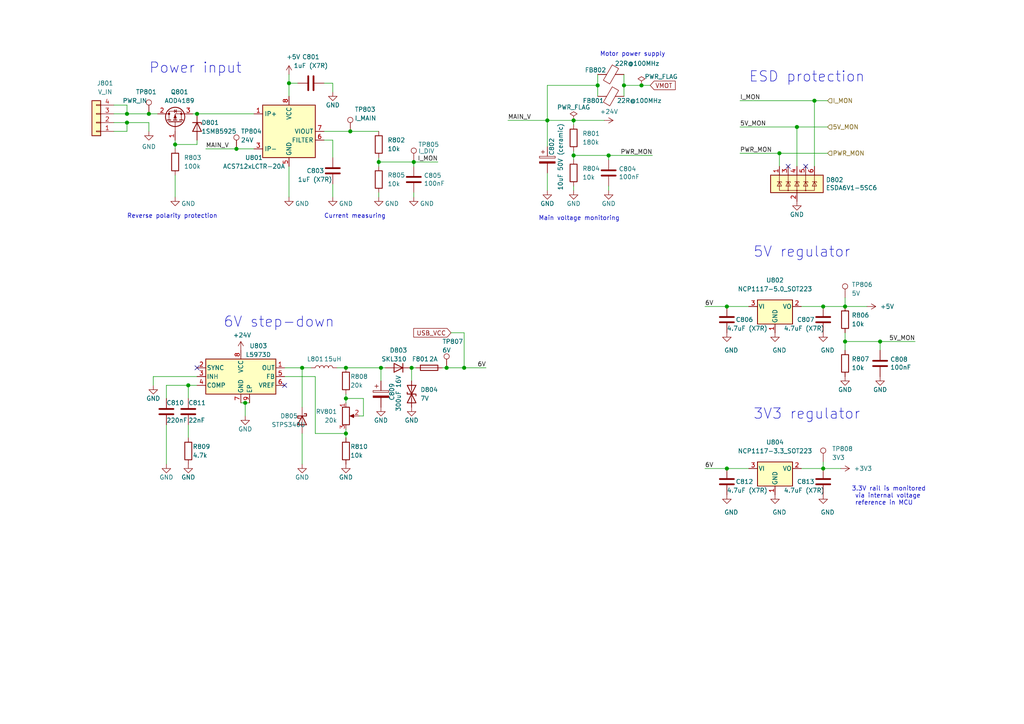
<source format=kicad_sch>
(kicad_sch (version 20201015) (generator eeschema)
  (paper "A4")
  (lib_symbols
    (symbol "Arachne-rescue:CP-Device" (pin_numbers hide) (pin_names (offset 0.254))
      (property "Reference" "C" (at 0.635 2.54 0))
      (property "Value" "CP-Device" (at 0.635 -2.54 0))
      (symbol "CP-Device_0_1"
        (rectangle (start -2.286 0.508) (end 2.286 1.016))
        (rectangle (start 2.286 -0.508) (end -2.286 -1.016) (fill (type outline)))
        (polyline (pts (xy -1.778 2.286) (xy -0.762 2.286)))
        (polyline (pts (xy -1.27 2.794) (xy -1.27 1.778)))
      )
      (symbol "CP-Device_1_1"
        (pin passive line (at 0 3.81 270) (length 2.794) (name "~") (number "1"))
        (pin passive line (at 0 -3.81 90) (length 2.794) (name "~") (number "2"))
      )
    )
    (symbol "Arachne-rescue:Ferrite_Bead-Device" (pin_numbers hide) (pin_names (offset 0))
      (property "Reference" "FB" (at -3.81 0.635 90))
      (property "Value" "Ferrite_Bead-Device" (at 3.81 0 90))
      (symbol "Ferrite_Bead-Device_0_1"
        (polyline (pts (xy 0 -1.27) (xy 0 -1.2192)))
        (polyline (pts (xy 0 1.27) (xy 0 1.2954)))
        (polyline (pts (xy -2.7686 0.4064) (xy -1.7018 2.2606) (xy 2.7686 -0.3048) (xy 1.6764 -2.159) (xy -2.7686 0.4064)))
      )
      (symbol "Ferrite_Bead-Device_1_1"
        (pin passive line (at 0 3.81 270) (length 2.54) (name "~") (number "1"))
        (pin passive line (at 0 -3.81 90) (length 2.54) (name "~") (number "2"))
      )
    )
    (symbol "Arachne-rescue:R_POT-Device" (pin_names (offset 1.016) hide)
      (property "Reference" "RV" (at -4.445 0 90))
      (property "Value" "R_POT-Device" (at -2.54 0 90))
      (symbol "R_POT-Device_0_1"
        (rectangle (start 1.016 2.54) (end -1.016 -2.54) (stroke (width 0.254)))
        (polyline (pts (xy 2.54 0) (xy 1.524 0)))
        (polyline (pts (xy 1.143 0) (xy 2.286 0.508) (xy 2.286 -0.508) (xy 1.143 0)) (fill (type outline)))
      )
      (symbol "R_POT-Device_1_1"
        (pin passive line (at 0 3.81 270) (length 1.27) (name "1") (number "1"))
        (pin passive line (at 3.81 0 180) (length 1.27) (name "2") (number "2"))
        (pin passive line (at 0 -3.81 90) (length 1.27) (name "3") (number "3"))
      )
    )
    (symbol "Connector:TestPoint" (pin_numbers hide) (pin_names (offset 0.762) hide)
      (property "Reference" "TP" (at 0 6.858 0))
      (property "Value" "TestPoint" (at 0 5.08 0))
      (symbol "TestPoint_0_1"
        (circle (center 0 3.302) (radius 0.762))
      )
      (symbol "TestPoint_1_1"
        (pin passive line (at 0 0 90) (length 2.54) (name "1") (number "1"))
      )
    )
    (symbol "Connector_Generic:Conn_01x04" (pin_names (offset 1.016) hide)
      (property "Reference" "J" (at 0 5.08 0))
      (property "Value" "Conn_01x04" (at 0 -7.62 0))
      (symbol "Conn_01x04_1_1"
        (rectangle (start -1.27 -4.953) (end 0 -5.207) (stroke (width 0.1524)))
        (rectangle (start -1.27 -2.413) (end 0 -2.667) (stroke (width 0.1524)))
        (rectangle (start -1.27 2.667) (end 0 2.413) (stroke (width 0.1524)))
        (rectangle (start -1.27 3.81) (end 1.27 -6.35) (stroke (width 0.254)) (fill (type background)))
        (rectangle (start -1.27 0.127) (end 0 -0.127) (stroke (width 0.1524)))
        (pin passive line (at -5.08 2.54 0) (length 3.81) (name "Pin_1") (number "1"))
        (pin passive line (at -5.08 0 0) (length 3.81) (name "Pin_2") (number "2"))
        (pin passive line (at -5.08 -2.54 0) (length 3.81) (name "Pin_3") (number "3"))
        (pin passive line (at -5.08 -5.08 0) (length 3.81) (name "Pin_4") (number "4"))
      )
    )
    (symbol "Device:C" (pin_numbers hide) (pin_names (offset 0.254))
      (property "Reference" "C" (at 0.635 2.54 0))
      (property "Value" "C" (at 0.635 -2.54 0))
      (symbol "C_0_1"
        (polyline (pts (xy -2.032 -0.762) (xy 2.032 -0.762)) (stroke (width 0.508)))
        (polyline (pts (xy -2.032 0.762) (xy 2.032 0.762)) (stroke (width 0.508)))
      )
      (symbol "C_1_1"
        (pin passive line (at 0 3.81 270) (length 2.794) (name "~") (number "1"))
        (pin passive line (at 0 -3.81 90) (length 2.794) (name "~") (number "2"))
      )
    )
    (symbol "Device:D" (pin_numbers hide) (pin_names (offset 1.016) hide)
      (property "Reference" "D" (at 0 2.54 0))
      (property "Value" "D" (at 0 -2.54 0))
      (symbol "D_0_1"
        (polyline (pts (xy -1.27 1.27) (xy -1.27 -1.27)) (stroke (width 0.254)))
        (polyline (pts (xy 1.27 0) (xy -1.27 0)))
        (polyline (pts (xy 1.27 1.27) (xy 1.27 -1.27) (xy -1.27 0) (xy 1.27 1.27)) (stroke (width 0.254)))
      )
      (symbol "D_1_1"
        (pin passive line (at -3.81 0 0) (length 2.54) (name "K") (number "1"))
        (pin passive line (at 3.81 0 180) (length 2.54) (name "A") (number "2"))
      )
    )
    (symbol "Device:D_Schottky" (pin_numbers hide) (pin_names (offset 1.016) hide)
      (property "Reference" "D" (at 0 2.54 0))
      (property "Value" "D_Schottky" (at 0 -2.54 0))
      (symbol "D_Schottky_0_1"
        (polyline (pts (xy 1.27 0) (xy -1.27 0)))
        (polyline (pts (xy 1.27 1.27) (xy 1.27 -1.27) (xy -1.27 0) (xy 1.27 1.27)) (stroke (width 0.254)))
        (polyline (pts (xy -1.905 0.635) (xy -1.905 1.27) (xy -1.27 1.27) (xy -1.27 -1.27) (xy -0.635 -1.27) (xy -0.635 -0.635)) (stroke (width 0.254)))
      )
      (symbol "D_Schottky_1_1"
        (pin passive line (at -3.81 0 0) (length 2.54) (name "K") (number "1"))
        (pin passive line (at 3.81 0 180) (length 2.54) (name "A") (number "2"))
      )
    )
    (symbol "Device:D_TVS" (pin_numbers hide) (pin_names (offset 1.016) hide)
      (property "Reference" "D" (at 0 2.54 0))
      (property "Value" "D_TVS" (at 0 -2.54 0))
      (symbol "D_TVS_0_1"
        (polyline (pts (xy 1.27 0) (xy -1.27 0)))
        (polyline (pts (xy 0.508 1.27) (xy 0 1.27) (xy 0 -1.27) (xy -0.508 -1.27)) (stroke (width 0.254)))
        (polyline (pts (xy -2.54 1.27) (xy -2.54 -1.27) (xy 2.54 1.27) (xy 2.54 -1.27) (xy -2.54 1.27)) (stroke (width 0.254)))
      )
      (symbol "D_TVS_1_1"
        (pin passive line (at -3.81 0 0) (length 2.54) (name "A1") (number "1"))
        (pin passive line (at 3.81 0 180) (length 2.54) (name "A2") (number "2"))
      )
    )
    (symbol "Device:D_Zener" (pin_numbers hide) (pin_names (offset 1.016) hide)
      (property "Reference" "D" (at 0 2.54 0))
      (property "Value" "D_Zener" (at 0 -2.54 0))
      (symbol "D_Zener_0_1"
        (polyline (pts (xy 1.27 0) (xy -1.27 0)))
        (polyline (pts (xy -1.27 -1.27) (xy -1.27 1.27) (xy -0.762 1.27)) (stroke (width 0.254)))
        (polyline (pts (xy 1.27 -1.27) (xy 1.27 1.27) (xy -1.27 0) (xy 1.27 -1.27)) (stroke (width 0.254)))
      )
      (symbol "D_Zener_1_1"
        (pin passive line (at -3.81 0 0) (length 2.54) (name "K") (number "1"))
        (pin passive line (at 3.81 0 180) (length 2.54) (name "A") (number "2"))
      )
    )
    (symbol "Device:Fuse" (pin_numbers hide) (pin_names (offset 0))
      (property "Reference" "F" (at 2.032 0 90))
      (property "Value" "Fuse" (at -1.905 0 90))
      (symbol "Fuse_0_1"
        (rectangle (start -0.762 -2.54) (end 0.762 2.54) (stroke (width 0.254)))
        (polyline (pts (xy 0 2.54) (xy 0 -2.54)))
      )
      (symbol "Fuse_1_1"
        (pin passive line (at 0 3.81 270) (length 1.27) (name "~") (number "1"))
        (pin passive line (at 0 -3.81 90) (length 1.27) (name "~") (number "2"))
      )
    )
    (symbol "Device:L" (pin_numbers hide) (pin_names (offset 1.016) hide)
      (property "Reference" "L" (at -1.27 0 90))
      (property "Value" "L" (at 1.905 0 90))
      (symbol "L_0_1"
        (arc (start 0 -2.54) (end 0 -1.27) (radius (at 0 -1.905) (length 0.635) (angles -89.9 89.9)))
        (arc (start 0 -1.27) (end 0 0) (radius (at 0 -0.635) (length 0.635) (angles -89.9 89.9)))
        (arc (start 0 0) (end 0 1.27) (radius (at 0 0.635) (length 0.635) (angles -89.9 89.9)))
        (arc (start 0 1.27) (end 0 2.54) (radius (at 0 1.905) (length 0.635) (angles -89.9 89.9)))
      )
      (symbol "L_1_1"
        (pin passive line (at 0 3.81 270) (length 1.27) (name "1") (number "1"))
        (pin passive line (at 0 -3.81 90) (length 1.27) (name "2") (number "2"))
      )
    )
    (symbol "Device:Q_PMOS_GDS" (pin_names (offset 0) hide)
      (property "Reference" "Q" (at 5.08 1.27 0))
      (property "Value" "Q_PMOS_GDS" (at 5.08 -1.27 0))
      (symbol "Q_PMOS_GDS_0_1"
        (circle (center 1.651 0) (radius 2.794) (stroke (width 0.254)))
        (circle (center 2.54 -1.778) (radius 0.254) (fill (type outline)))
        (circle (center 2.54 1.778) (radius 0.254) (fill (type outline)))
        (polyline (pts (xy 0.254 0) (xy -2.54 0)))
        (polyline (pts (xy 0.254 1.905) (xy 0.254 -1.905)) (stroke (width 0.254)))
        (polyline (pts (xy 0.762 -1.27) (xy 0.762 -2.286)) (stroke (width 0.254)))
        (polyline (pts (xy 0.762 0.508) (xy 0.762 -0.508)) (stroke (width 0.254)))
        (polyline (pts (xy 0.762 2.286) (xy 0.762 1.27)) (stroke (width 0.254)))
        (polyline (pts (xy 2.54 2.54) (xy 2.54 1.778)))
        (polyline (pts (xy 2.54 -2.54) (xy 2.54 0) (xy 0.762 0)))
        (polyline (pts (xy 0.762 1.778) (xy 3.302 1.778) (xy 3.302 -1.778) (xy 0.762 -1.778)))
        (polyline (pts (xy 2.286 0) (xy 1.27 0.381) (xy 1.27 -0.381) (xy 2.286 0)) (fill (type outline)))
        (polyline (pts (xy 2.794 -0.508) (xy 2.921 -0.381) (xy 3.683 -0.381) (xy 3.81 -0.254)))
        (polyline (pts (xy 3.302 -0.381) (xy 2.921 0.254) (xy 3.683 0.254) (xy 3.302 -0.381)))
      )
      (symbol "Q_PMOS_GDS_1_1"
        (pin input line (at -5.08 0 0) (length 2.54) (name "G") (number "1"))
        (pin passive line (at 2.54 5.08 270) (length 2.54) (name "D") (number "2"))
        (pin passive line (at 2.54 -5.08 90) (length 2.54) (name "S") (number "3"))
      )
    )
    (symbol "Device:R" (pin_numbers hide) (pin_names (offset 0))
      (property "Reference" "R" (at 2.032 0 90))
      (property "Value" "R" (at 0 0 90))
      (symbol "R_0_1"
        (rectangle (start -1.016 -2.54) (end 1.016 2.54) (stroke (width 0.254)))
      )
      (symbol "R_1_1"
        (pin passive line (at 0 3.81 270) (length 1.27) (name "~") (number "1"))
        (pin passive line (at 0 -3.81 90) (length 1.27) (name "~") (number "2"))
      )
    )
    (symbol "Power_Protection:ESDA6V1-5SC6" (pin_names hide)
      (property "Reference" "D" (at -5.08 -3.81 0))
      (property "Value" "ESDA6V1-5SC6" (at 2.54 -3.81 0))
      (symbol "ESDA6V1-5SC6_0_0"
        (pin passive line (at 0 -5.08 90) (length 2.54) (name "GND") (number "2"))
      )
      (symbol "ESDA6V1-5SC6_0_1"
        (circle (center -2.54 -1.905) (radius 0.127))
        (circle (center 0 -1.905) (radius 0.127))
        (circle (center 2.54 -1.905) (radius 0.127))
        (rectangle (start -7.62 2.54) (end 7.62 -2.54) (stroke (width 0.254)) (fill (type background)))
        (polyline (pts (xy -2.54 2.54) (xy -2.54 -1.905)))
        (polyline (pts (xy 0 2.54) (xy 0 -2.54)))
        (polyline (pts (xy 2.54 2.54) (xy 2.54 -1.905)))
        (polyline (pts (xy -5.715 0.635) (xy -4.445 0.635) (xy -4.445 0.381)))
        (polyline (pts (xy -3.175 0.635) (xy -1.905 0.635) (xy -1.905 0.381)))
        (polyline (pts (xy -0.635 0.635) (xy 0.635 0.635) (xy 0.635 0.381)))
        (polyline (pts (xy 1.905 0.635) (xy 3.175 0.635) (xy 3.175 0.381)))
        (polyline (pts (xy 4.445 0.635) (xy 5.715 0.635) (xy 5.715 0.381)))
        (polyline (pts (xy -5.715 -0.635) (xy -4.445 -0.635) (xy -5.08 0.635) (xy -5.715 -0.635)))
        (polyline (pts (xy -5.08 2.54) (xy -5.08 -1.905) (xy 5.08 -1.905) (xy 5.08 2.54)))
        (polyline (pts (xy -3.175 -0.635) (xy -1.905 -0.635) (xy -2.54 0.635) (xy -3.175 -0.635)))
        (polyline (pts (xy -0.635 -0.635) (xy 0.635 -0.635) (xy 0 0.635) (xy -0.635 -0.635)))
        (polyline (pts (xy 1.905 -0.635) (xy 3.175 -0.635) (xy 2.54 0.635) (xy 1.905 -0.635)))
        (polyline (pts (xy 4.445 -0.635) (xy 5.715 -0.635) (xy 5.08 0.635) (xy 4.445 -0.635)))
      )
      (symbol "ESDA6V1-5SC6_1_1"
        (pin passive line (at -5.08 5.08 270) (length 2.54) (name "IO1") (number "1"))
        (pin passive line (at -2.54 5.08 270) (length 2.54) (name "IO2") (number "3"))
        (pin passive line (at 0 5.08 270) (length 2.54) (name "IO3") (number "4"))
        (pin passive line (at 2.54 5.08 270) (length 2.54) (name "IO4") (number "5"))
        (pin passive line (at 5.08 5.08 270) (length 2.54) (name "IO5") (number "6"))
      )
    )
    (symbol "Regulator_Linear:NCP1117-3.3_SOT223" (pin_names (offset 0.254))
      (property "Reference" "U" (at -3.81 3.175 0))
      (property "Value" "NCP1117-3.3_SOT223" (at 0 3.175 0))
      (symbol "NCP1117-3.3_SOT223_0_1"
        (rectangle (start -5.08 -5.08) (end 5.08 1.905) (stroke (width 0.254)) (fill (type background)))
      )
      (symbol "NCP1117-3.3_SOT223_1_1"
        (pin power_in line (at 0 -7.62 90) (length 2.54) (name "GND") (number "1"))
        (pin power_out line (at 7.62 0 180) (length 2.54) (name "VO") (number "2"))
        (pin power_in line (at -7.62 0 0) (length 2.54) (name "VI") (number "3"))
      )
    )
    (symbol "Regulator_Linear:NCP1117-5.0_SOT223" (pin_names (offset 0.254))
      (property "Reference" "U" (at -3.81 3.175 0))
      (property "Value" "NCP1117-5.0_SOT223" (at 0 3.175 0))
      (symbol "NCP1117-5.0_SOT223_0_1"
        (rectangle (start -5.08 -5.08) (end 5.08 1.905) (stroke (width 0.254)) (fill (type background)))
      )
      (symbol "NCP1117-5.0_SOT223_1_1"
        (pin power_in line (at 0 -7.62 90) (length 2.54) (name "GND") (number "1"))
        (pin power_out line (at 7.62 0 180) (length 2.54) (name "VO") (number "2"))
        (pin power_in line (at -7.62 0 0) (length 2.54) (name "VI") (number "3"))
      )
    )
    (symbol "Regulator_Switching:L5973D" (pin_names (offset 0.254))
      (property "Reference" "U" (at -10.16 6.35 0))
      (property "Value" "L5973D" (at 3.81 6.35 0))
      (symbol "L5973D_0_1"
        (rectangle (start -10.16 5.08) (end 10.16 -5.08) (stroke (width 0.254)) (fill (type background)))
      )
      (symbol "L5973D_1_1"
        (pin output line (at 12.7 2.54 180) (length 2.54) (name "OUT") (number "1"))
        (pin bidirectional line (at -12.7 2.54 0) (length 2.54) (name "SYNC") (number "2"))
        (pin input line (at -12.7 0 0) (length 2.54) (name "INH") (number "3"))
        (pin passive line (at -12.7 -2.54 0) (length 2.54) (name "COMP") (number "4"))
        (pin input line (at 12.7 0 180) (length 2.54) (name "FB") (number "5"))
        (pin output line (at 12.7 -2.54 180) (length 2.54) (name "VREF") (number "6"))
        (pin power_in line (at 0 -7.62 90) (length 2.54) (name "GND") (number "7"))
        (pin power_in line (at 0 7.62 270) (length 2.54) (name "VCC") (number "8"))
        (pin passive line (at 2.54 -7.62 90) (length 2.54) (name "EP") (number "9"))
      )
    )
    (symbol "Sensor_Current:ACS712xLCTR-20A"
      (property "Reference" "U" (at 2.54 11.43 0))
      (property "Value" "ACS712xLCTR-20A" (at 2.54 8.89 0))
      (symbol "ACS712xLCTR-20A_0_1"
        (rectangle (start -7.62 7.62) (end 7.62 -7.62) (stroke (width 0.254)) (fill (type background)))
      )
      (symbol "ACS712xLCTR-20A_1_1"
        (pin passive line (at -10.16 5.08 0) (length 2.54) (name "IP+") (number "1"))
        (pin passive line (at -10.16 5.08 0) (length 2.54) hide (name "IP+") (number "2"))
        (pin passive line (at -10.16 -5.08 0) (length 2.54) (name "IP-") (number "3"))
        (pin passive line (at -10.16 -5.08 0) (length 2.54) hide (name "IP-") (number "4"))
        (pin power_in line (at 0 -10.16 90) (length 2.54) (name "GND") (number "5"))
        (pin passive line (at 10.16 -2.54 180) (length 2.54) (name "FILTER") (number "6"))
        (pin output line (at 10.16 0 180) (length 2.54) (name "VIOUT") (number "7"))
        (pin power_in line (at 0 10.16 270) (length 2.54) (name "VCC") (number "8"))
      )
    )
    (symbol "power:+24V" (power) (pin_names (offset 0))
      (property "Value" "+24V" (at 0 3.556 0))
      (symbol "+24V_0_1"
        (polyline (pts (xy -0.762 1.27) (xy 0 2.54)))
        (polyline (pts (xy 0 0) (xy 0 2.54)))
        (polyline (pts (xy 0 2.54) (xy 0.762 1.27)))
      )
      (symbol "+24V_1_1"
        (pin power_in line (at 0 0 90) (length 0) hide (name "+24V") (number "1"))
      )
    )
    (symbol "power:+3.3V" (power) (pin_names (offset 0))
      (property "Value" "+3.3V" (at 0 3.556 0))
      (symbol "+3.3V_0_1"
        (polyline (pts (xy -0.762 1.27) (xy 0 2.54)))
        (polyline (pts (xy 0 0) (xy 0 2.54)))
        (polyline (pts (xy 0 2.54) (xy 0.762 1.27)))
      )
      (symbol "+3.3V_1_1"
        (pin power_in line (at 0 0 90) (length 0) hide (name "+3V3") (number "1"))
      )
    )
    (symbol "power:+5V" (power) (pin_names (offset 0))
      (property "Value" "+5V" (at 0 3.556 0))
      (symbol "+5V_0_1"
        (polyline (pts (xy -0.762 1.27) (xy 0 2.54)))
        (polyline (pts (xy 0 0) (xy 0 2.54)))
        (polyline (pts (xy 0 2.54) (xy 0.762 1.27)))
      )
      (symbol "+5V_1_1"
        (pin power_in line (at 0 0 90) (length 0) hide (name "+5V") (number "1"))
      )
    )
    (symbol "power:GND" (power) (pin_names (offset 0))
      (property "Value" "GND" (at 0 -3.81 0))
      (symbol "GND_0_1"
        (polyline (pts (xy 0 0) (xy 0 -1.27) (xy 1.27 -1.27) (xy 0 -2.54) (xy -1.27 -1.27) (xy 0 -1.27)))
      )
      (symbol "GND_1_1"
        (pin power_in line (at 0 0 270) (length 0) hide (name "GND") (number "1"))
      )
    )
    (symbol "power:PWR_FLAG" (power) (pin_numbers hide) (pin_names (offset 0) hide)
      (property "Value" "PWR_FLAG" (at 0 3.81 0))
      (symbol "PWR_FLAG_0_0"
        (pin power_out line (at 0 0 90) (length 0) (name "pwr") (number "1"))
      )
      (symbol "PWR_FLAG_0_1"
        (polyline (pts (xy 0 0) (xy 0 1.27) (xy -1.016 1.905) (xy 0 2.54) (xy 1.016 1.905) (xy 0 1.27)))
      )
    )
  )
  (junction (at 36.83 33.02) (diameter 1.016))
  (junction (at 36.83 35.56) (diameter 1.016))
  (junction (at 43.18 33.02) (diameter 1.016))
  (junction (at 50.8 41.91) (diameter 1.016))
  (junction (at 54.61 111.76) (diameter 1.016))
  (junction (at 57.15 33.02) (diameter 1.016))
  (junction (at 68.58 43.18) (diameter 1.016))
  (junction (at 71.12 116.84) (diameter 1.016))
  (junction (at 83.82 24.13) (diameter 1.016))
  (junction (at 87.63 106.68) (diameter 1.016))
  (junction (at 100.33 106.68) (diameter 1.016))
  (junction (at 100.33 115.57) (diameter 1.016))
  (junction (at 100.33 125.73) (diameter 1.016))
  (junction (at 101.6 38.1) (diameter 1.016))
  (junction (at 109.855 46.99) (diameter 1.016))
  (junction (at 110.49 106.68) (diameter 1.016))
  (junction (at 119.38 106.68) (diameter 1.016))
  (junction (at 120.015 46.99) (diameter 1.016))
  (junction (at 129.54 106.68) (diameter 1.016))
  (junction (at 134.62 106.68) (diameter 1.016))
  (junction (at 158.75 34.925) (diameter 1.016))
  (junction (at 166.37 34.925) (diameter 1.016))
  (junction (at 166.37 45.085) (diameter 1.016))
  (junction (at 173.355 24.765) (diameter 1.016))
  (junction (at 176.53 45.085) (diameter 1.016))
  (junction (at 180.975 24.765) (diameter 1.016))
  (junction (at 186.055 24.765) (diameter 1.016))
  (junction (at 210.82 88.9) (diameter 1.016))
  (junction (at 210.82 135.89) (diameter 1.016))
  (junction (at 226.06 44.45) (diameter 1.016))
  (junction (at 231.14 36.83) (diameter 1.016))
  (junction (at 236.22 29.21) (diameter 1.016))
  (junction (at 238.76 88.9) (diameter 1.016))
  (junction (at 238.76 135.89) (diameter 1.016))
  (junction (at 245.11 88.9) (diameter 1.016))
  (junction (at 245.11 99.06) (diameter 1.016))
  (junction (at 255.27 99.06) (diameter 1.016))
  (no_connect (at 57.15 106.68))
  (no_connect (at 228.6 48.26))
  (no_connect (at 82.55 111.76))
  (no_connect (at 233.68 48.26))
  (wire (pts (xy 33.02 30.48) (xy 36.83 30.48)))
  (wire (pts (xy 33.02 33.02) (xy 36.83 33.02)))
  (wire (pts (xy 33.02 35.56) (xy 36.83 35.56)))
  (wire (pts (xy 33.02 38.1) (xy 36.83 38.1)))
  (wire (pts (xy 36.83 33.02) (xy 36.83 30.48)))
  (wire (pts (xy 36.83 35.56) (xy 36.83 38.1)))
  (wire (pts (xy 36.83 35.56) (xy 43.18 35.56)))
  (wire (pts (xy 43.18 33.02) (xy 36.83 33.02)))
  (wire (pts (xy 43.18 33.02) (xy 45.72 33.02)))
  (wire (pts (xy 43.18 35.56) (xy 43.18 38.1)))
  (wire (pts (xy 44.45 109.22) (xy 44.45 111.76)))
  (wire (pts (xy 48.26 111.76) (xy 48.26 115.57)))
  (wire (pts (xy 48.26 123.19) (xy 48.26 134.62)))
  (wire (pts (xy 50.8 40.64) (xy 50.8 41.91)))
  (wire (pts (xy 50.8 41.91) (xy 50.8 43.18)))
  (wire (pts (xy 50.8 50.8) (xy 50.8 57.15)))
  (wire (pts (xy 54.61 111.76) (xy 48.26 111.76)))
  (wire (pts (xy 54.61 111.76) (xy 57.15 111.76)))
  (wire (pts (xy 54.61 115.57) (xy 54.61 111.76)))
  (wire (pts (xy 54.61 127) (xy 54.61 123.19)))
  (wire (pts (xy 55.88 33.02) (xy 57.15 33.02)))
  (wire (pts (xy 57.15 33.02) (xy 73.66 33.02)))
  (wire (pts (xy 57.15 40.64) (xy 57.15 41.91)))
  (wire (pts (xy 57.15 41.91) (xy 50.8 41.91)))
  (wire (pts (xy 57.15 109.22) (xy 44.45 109.22)))
  (wire (pts (xy 59.69 43.18) (xy 68.58 43.18)))
  (wire (pts (xy 69.85 116.84) (xy 71.12 116.84)))
  (wire (pts (xy 71.12 116.84) (xy 72.39 116.84)))
  (wire (pts (xy 71.12 120.65) (xy 71.12 116.84)))
  (wire (pts (xy 73.66 43.18) (xy 68.58 43.18)))
  (wire (pts (xy 82.55 106.68) (xy 87.63 106.68)))
  (wire (pts (xy 83.82 21.59) (xy 83.82 24.13)))
  (wire (pts (xy 83.82 24.13) (xy 83.82 27.94)))
  (wire (pts (xy 83.82 24.13) (xy 86.36 24.13)))
  (wire (pts (xy 83.82 48.26) (xy 83.82 57.15)))
  (wire (pts (xy 87.63 106.68) (xy 87.63 118.11)))
  (wire (pts (xy 87.63 106.68) (xy 90.17 106.68)))
  (wire (pts (xy 87.63 125.73) (xy 87.63 134.62)))
  (wire (pts (xy 91.44 109.22) (xy 82.55 109.22)))
  (wire (pts (xy 91.44 125.73) (xy 91.44 109.22)))
  (wire (pts (xy 93.98 24.13) (xy 96.52 24.13)))
  (wire (pts (xy 93.98 38.1) (xy 101.6 38.1)))
  (wire (pts (xy 93.98 40.64) (xy 96.52 40.64)))
  (wire (pts (xy 96.52 24.13) (xy 96.52 26.67)))
  (wire (pts (xy 96.52 40.64) (xy 96.52 45.72)))
  (wire (pts (xy 96.52 53.34) (xy 96.52 57.15)))
  (wire (pts (xy 97.79 106.68) (xy 100.33 106.68)))
  (wire (pts (xy 100.33 106.68) (xy 110.49 106.68)))
  (wire (pts (xy 100.33 115.57) (xy 100.33 114.3)))
  (wire (pts (xy 100.33 115.57) (xy 105.41 115.57)))
  (wire (pts (xy 100.33 116.84) (xy 100.33 115.57)))
  (wire (pts (xy 100.33 124.46) (xy 100.33 125.73)))
  (wire (pts (xy 100.33 125.73) (xy 91.44 125.73)))
  (wire (pts (xy 100.33 125.73) (xy 100.33 127)))
  (wire (pts (xy 101.6 38.1) (xy 109.855 38.1)))
  (wire (pts (xy 105.41 115.57) (xy 105.41 120.65)))
  (wire (pts (xy 105.41 120.65) (xy 104.14 120.65)))
  (wire (pts (xy 109.855 45.72) (xy 109.855 46.99)))
  (wire (pts (xy 109.855 46.99) (xy 109.855 48.26)))
  (wire (pts (xy 109.855 46.99) (xy 120.015 46.99)))
  (wire (pts (xy 109.855 55.88) (xy 109.855 57.15)))
  (wire (pts (xy 110.49 106.68) (xy 110.49 110.49)))
  (wire (pts (xy 111.76 106.68) (xy 110.49 106.68)))
  (wire (pts (xy 119.38 106.68) (xy 119.38 110.49)))
  (wire (pts (xy 119.38 106.68) (xy 120.65 106.68)))
  (wire (pts (xy 120.015 46.99) (xy 120.015 48.26)))
  (wire (pts (xy 120.015 46.99) (xy 127 46.99)))
  (wire (pts (xy 120.015 55.88) (xy 120.015 57.15)))
  (wire (pts (xy 128.27 106.68) (xy 129.54 106.68)))
  (wire (pts (xy 129.54 106.68) (xy 134.62 106.68)))
  (wire (pts (xy 134.62 96.52) (xy 130.81 96.52)))
  (wire (pts (xy 134.62 106.68) (xy 134.62 96.52)))
  (wire (pts (xy 134.62 106.68) (xy 140.97 106.68)))
  (wire (pts (xy 147.32 34.925) (xy 158.75 34.925)))
  (wire (pts (xy 158.75 24.765) (xy 173.355 24.765)))
  (wire (pts (xy 158.75 34.925) (xy 158.75 24.765)))
  (wire (pts (xy 158.75 34.925) (xy 166.37 34.925)))
  (wire (pts (xy 158.75 42.545) (xy 158.75 34.925)))
  (wire (pts (xy 158.75 50.165) (xy 158.75 55.245)))
  (wire (pts (xy 166.37 34.925) (xy 175.26 34.925)))
  (wire (pts (xy 166.37 36.195) (xy 166.37 34.925)))
  (wire (pts (xy 166.37 43.815) (xy 166.37 45.085)))
  (wire (pts (xy 166.37 45.085) (xy 166.37 46.355)))
  (wire (pts (xy 166.37 45.085) (xy 176.53 45.085)))
  (wire (pts (xy 166.37 53.975) (xy 166.37 55.245)))
  (wire (pts (xy 173.355 21.59) (xy 173.355 24.765)))
  (wire (pts (xy 173.355 24.765) (xy 173.355 27.94)))
  (wire (pts (xy 176.53 45.085) (xy 189.23 45.085)))
  (wire (pts (xy 176.53 46.355) (xy 176.53 45.085)))
  (wire (pts (xy 176.53 53.975) (xy 176.53 55.245)))
  (wire (pts (xy 180.975 24.765) (xy 180.975 21.59)))
  (wire (pts (xy 180.975 24.765) (xy 186.055 24.765)))
  (wire (pts (xy 180.975 27.94) (xy 180.975 24.765)))
  (wire (pts (xy 186.055 24.765) (xy 188.595 24.765)))
  (wire (pts (xy 204.47 88.9) (xy 210.82 88.9)))
  (wire (pts (xy 204.47 135.89) (xy 210.82 135.89)))
  (wire (pts (xy 210.82 88.9) (xy 217.17 88.9)))
  (wire (pts (xy 210.82 135.89) (xy 217.17 135.89)))
  (wire (pts (xy 214.63 29.21) (xy 236.22 29.21)))
  (wire (pts (xy 214.63 36.83) (xy 231.14 36.83)))
  (wire (pts (xy 226.06 44.45) (xy 214.63 44.45)))
  (wire (pts (xy 226.06 44.45) (xy 226.06 48.26)))
  (wire (pts (xy 231.14 36.83) (xy 240.03 36.83)))
  (wire (pts (xy 231.14 48.26) (xy 231.14 36.83)))
  (wire (pts (xy 232.41 88.9) (xy 238.76 88.9)))
  (wire (pts (xy 232.41 135.89) (xy 238.76 135.89)))
  (wire (pts (xy 236.22 29.21) (xy 240.03 29.21)))
  (wire (pts (xy 236.22 48.26) (xy 236.22 29.21)))
  (wire (pts (xy 238.76 88.9) (xy 245.11 88.9)))
  (wire (pts (xy 238.76 133.985) (xy 238.76 135.89)))
  (wire (pts (xy 238.76 135.89) (xy 243.84 135.89)))
  (wire (pts (xy 240.03 44.45) (xy 226.06 44.45)))
  (wire (pts (xy 245.11 86.36) (xy 245.11 88.9)))
  (wire (pts (xy 245.11 88.9) (xy 251.46 88.9)))
  (wire (pts (xy 245.11 96.52) (xy 245.11 99.06)))
  (wire (pts (xy 245.11 99.06) (xy 245.11 101.6)))
  (wire (pts (xy 245.11 99.06) (xy 255.27 99.06)))
  (wire (pts (xy 255.27 99.06) (xy 255.27 101.6)))
  (wire (pts (xy 255.27 99.06) (xy 265.43 99.06)))
  (text "Reverse polarity protection" (at 36.83 63.5 0) (effects (font (size 1.27 1.27)) (justify left bottom)))
  (text "Power input" (at 43.18 21.59 0) (effects (font (size 2.9972 2.9972)) (justify left bottom)))
  (text "6V step-down" (at 64.77 95.25 0) (effects (font (size 2.9972 2.9972)) (justify left bottom)))
  (text "Current measuring" (at 93.98 63.5 0) (effects (font (size 1.27 1.27)) (justify left bottom)))
  (text "Main voltage monitoring" (at 156.21 64.135 0) (effects (font (size 1.27 1.27)) (justify left bottom)))
  (text "Motor power supply" (at 173.99 16.51 0) (effects (font (size 1.27 1.27)) (justify left bottom)))
  (text "ESD protection" (at 217.17 24.13 0) (effects (font (size 2.9972 2.9972)) (justify left bottom)))
  (text "5V regulator" (at 218.44 74.93 0) (effects (font (size 2.9972 2.9972)) (justify left bottom)))
  (text "3V3 regulator" (at 218.44 121.92 0) (effects (font (size 2.9972 2.9972)) (justify left bottom)))
  (text "3.3V rail is monitored\n via internal voltage\n reference in MCU" (at 247.015 146.685 0) (effects (font (size 1.27 1.27)) (justify left bottom)))
  (label "MAIN_V" (at 59.69 43.18 0))
  (label "I_MON" (at 127 46.99 180))
  (label "6V" (at 140.97 106.68 180))
  (label "MAIN_V" (at 147.32 34.925 0))
  (label "PWR_MON" (at 189.23 45.085 180))
  (label "6V" (at 204.47 88.9 0))
  (label "6V" (at 204.47 135.89 0))
  (label "I_MON" (at 214.63 29.21 0))
  (label "5V_MON" (at 214.63 36.83 0))
  (label "PWR_MON" (at 214.63 44.45 0))
  (label "5V_MON" (at 265.43 99.06 180))
  (global_label "USB_VCC" (shape input) (at 130.81 96.52 180) (property "Intersheet References" "${INTERSHEET_REFS}" (effects hide)))
  (global_label "VMOT" (shape input) (at 188.595 24.765 0) (property "Intersheet References" "${INTERSHEET_REFS}" (effects hide)))
  (hierarchical_label "I_MON" (shape input) (at 240.03 29.21 0))
  (hierarchical_label "5V_MON" (shape input) (at 240.03 36.83 0))
  (hierarchical_label "PWR_MON" (shape input) (at 240.03 44.45 0))
  (symbol (lib_id "power:PWR_FLAG") (at 166.37 34.925 0) (unit 1)
    (property "Reference" "#FLG0109" (effects hide))
    (property "Value" "PWR_FLAG" (at 166.37 31.115 0))
  )
  (symbol (lib_id "power:PWR_FLAG") (at 186.055 24.765 0) (unit 1)
    (property "Reference" "#FLG0107" (effects hide))
    (property "Value" "PWR_FLAG" (at 191.77 22.225 0))
  )
  (symbol (lib_id "Connector:TestPoint") (at 43.18 33.02 0) (unit 1)
    (property "Reference" "TP801" (at 39.37 26.67 0) (effects (justify left)))
    (property "Value" "PWR_IN" (at 35.56 29.21 0) (effects (justify left)))
    (property "Footprint" "TestPoint:TestPoint_THTPad_D1.0mm_Drill0.5mm" (effects hide))
  )
  (symbol (lib_id "Connector:TestPoint") (at 68.58 43.18 0) (unit 1)
    (property "Reference" "TP804" (at 69.85 38.1 0) (effects (justify left)))
    (property "Value" "24V" (at 69.85 40.64 0) (effects (justify left)))
    (property "Footprint" "TestPoint:TestPoint_THTPad_D1.0mm_Drill0.5mm" (effects hide))
  )
  (symbol (lib_id "Connector:TestPoint") (at 101.6 38.1 0) (unit 1)
    (property "Reference" "TP803" (at 102.87 31.75 0) (effects (justify left)))
    (property "Value" "I_MAIN" (at 102.87 34.29 0) (effects (justify left)))
    (property "Footprint" "TestPoint:TestPoint_THTPad_D1.0mm_Drill0.5mm" (effects hide))
  )
  (symbol (lib_id "Connector:TestPoint") (at 120.015 46.99 0) (unit 1)
    (property "Reference" "TP805" (at 121.285 41.91 0) (effects (justify left)))
    (property "Value" "I_DIV" (at 121.285 43.815 0) (effects (justify left)))
    (property "Footprint" "TestPoint:TestPoint_THTPad_D1.0mm_Drill0.5mm" (effects hide))
  )
  (symbol (lib_id "Connector:TestPoint") (at 129.54 106.68 0) (unit 1)
    (property "Reference" "TP807" (at 128.27 99.06 0) (effects (justify left)))
    (property "Value" "6V" (at 128.27 101.6 0) (effects (justify left)))
    (property "Footprint" "TestPoint:TestPoint_THTPad_D1.0mm_Drill0.5mm" (effects hide))
  )
  (symbol (lib_id "Connector:TestPoint") (at 238.76 133.985 0) (unit 1)
    (property "Reference" "TP808" (at 241.3 130.175 0) (effects (justify left)))
    (property "Value" "3V3" (at 241.3 132.715 0) (effects (justify left)))
    (property "Footprint" "TestPoint:TestPoint_THTPad_D1.0mm_Drill0.5mm" (effects hide))
  )
  (symbol (lib_id "Connector:TestPoint") (at 245.11 86.36 0) (unit 1)
    (property "Reference" "TP806" (at 247.015 82.55 0) (effects (justify left)))
    (property "Value" "5V" (at 247.015 85.09 0) (effects (justify left)))
    (property "Footprint" "TestPoint:TestPoint_THTPad_D1.0mm_Drill0.5mm" (effects hide))
  )
  (symbol (lib_id "power:+24V") (at 69.85 101.6 0) (unit 1)
    (property "Reference" "#PWR0818" (effects hide))
    (property "Value" "+24V" (at 70.231 97.2058 0))
  )
  (symbol (lib_id "power:+5V") (at 83.82 21.59 0)
    (property "Reference" "#PWR0801" (effects hide))
    (property "Value" "+5V" (at 85.09 16.51 0))
  )
  (symbol (lib_id "power:+24V") (at 175.26 34.925 270) (unit 1)
    (property "Reference" "#PWR0803" (effects hide))
    (property "Value" "+24V" (at 173.99 32.385 90) (effects (justify left)))
  )
  (symbol (lib_id "power:+3.3V") (at 243.84 135.89 270) (unit 1)
    (property "Reference" "#PWR0829" (effects hide))
    (property "Value" "+3.3V" (at 247.65 135.89 90) (effects (justify left)))
  )
  (symbol (lib_id "power:+5V") (at 251.46 88.9 270) (unit 1)
    (property "Reference" "#PWR0814" (effects hide))
    (property "Value" "+5V" (at 255.27 88.9 90) (effects (justify left)))
  )
  (symbol (lib_id "Device:L") (at 93.98 106.68 90) (unit 1)
    (property "Reference" "L801" (at 91.44 104.14 90))
    (property "Value" "15uH" (at 96.52 104.14 90))
    (property "Footprint" "Inductor_SMD:L_Neosid_Ms85" (effects hide))
  )
  (symbol (lib_id "power:GND") (at 43.18 38.1 0) (unit 1)
    (property "Reference" "#PWR0804" (effects hide))
    (property "Value" "GND" (at 43.18 42.545 0))
  )
  (symbol (lib_id "power:GND") (at 44.45 111.76 0) (unit 1)
    (property "Reference" "#PWR0821" (effects hide))
    (property "Value" "GND" (at 44.45 115.57 0))
  )
  (symbol (lib_id "power:GND") (at 48.26 134.62 0) (unit 1)
    (property "Reference" "#PWR0825" (effects hide))
    (property "Value" "GND" (at 48.26 138.43 0))
  )
  (symbol (lib_id "power:GND") (at 50.8 57.15 0) (unit 1)
    (property "Reference" "#PWR0808" (effects hide))
    (property "Value" "GND" (at 54.61 59.055 0))
  )
  (symbol (lib_id "power:GND") (at 54.61 134.62 0) (unit 1)
    (property "Reference" "#PWR0826" (effects hide))
    (property "Value" "GND" (at 54.61 138.43 0))
  )
  (symbol (lib_id "power:GND") (at 71.12 120.65 0) (unit 1)
    (property "Reference" "#PWR0824" (effects hide))
    (property "Value" "GND" (at 71.12 124.46 0))
  )
  (symbol (lib_id "power:GND") (at 83.82 57.15 0)
    (property "Reference" "#PWR0809" (effects hide))
    (property "Value" "GND" (at 87.63 59.055 0))
  )
  (symbol (lib_id "power:GND") (at 87.63 134.62 0) (unit 1)
    (property "Reference" "#PWR0827" (effects hide))
    (property "Value" "GND" (at 87.63 138.43 0))
  )
  (symbol (lib_id "power:GND") (at 96.52 26.67 0)
    (property "Reference" "#PWR0802" (effects hide))
    (property "Value" "GND" (at 96.52 30.48 0))
  )
  (symbol (lib_id "power:GND") (at 96.52 57.15 0)
    (property "Reference" "#PWR0810" (effects hide))
    (property "Value" "GND" (at 100.33 59.055 0))
  )
  (symbol (lib_id "power:GND") (at 100.33 134.62 0) (unit 1)
    (property "Reference" "#PWR0828" (effects hide))
    (property "Value" "GND" (at 100.33 138.43 0))
  )
  (symbol (lib_id "power:GND") (at 109.855 57.15 0) (unit 1)
    (property "Reference" "#PWR0811" (effects hide))
    (property "Value" "GND" (at 113.665 59.055 0))
  )
  (symbol (lib_id "power:GND") (at 110.49 118.11 0) (unit 1)
    (property "Reference" "#PWR0822" (effects hide))
    (property "Value" "GND" (at 110.49 121.92 0))
  )
  (symbol (lib_id "power:GND") (at 119.38 118.11 0) (unit 1)
    (property "Reference" "#PWR0823" (effects hide))
    (property "Value" "GND" (at 119.38 121.92 0))
  )
  (symbol (lib_id "power:GND") (at 120.015 57.15 0) (unit 1)
    (property "Reference" "#PWR0812" (effects hide))
    (property "Value" "GND" (at 123.825 59.055 0))
  )
  (symbol (lib_id "power:GND") (at 158.75 55.245 0) (unit 1)
    (property "Reference" "#PWR0805" (effects hide))
    (property "Value" "GND" (at 158.75 59.055 0))
  )
  (symbol (lib_id "power:GND") (at 166.37 55.245 0) (unit 1)
    (property "Reference" "#PWR0806" (effects hide))
    (property "Value" "GND" (at 166.37 59.055 0))
  )
  (symbol (lib_id "power:GND") (at 176.53 55.245 0) (unit 1)
    (property "Reference" "#PWR0807" (effects hide))
    (property "Value" "GND" (at 176.53 59.055 0))
  )
  (symbol (lib_id "power:GND") (at 210.82 96.52 0) (unit 1)
    (property "Reference" "#PWR0815" (effects hide))
    (property "Value" "GND" (at 212.09 101.6 0))
  )
  (symbol (lib_id "power:GND") (at 210.82 143.51 0) (unit 1)
    (property "Reference" "#PWR0830" (effects hide))
    (property "Value" "GND" (at 212.09 148.59 0))
  )
  (symbol (lib_id "power:GND") (at 224.79 96.52 0) (unit 1)
    (property "Reference" "#PWR0816" (effects hide))
    (property "Value" "GND" (at 226.06 101.6 0))
  )
  (symbol (lib_id "power:GND") (at 224.79 143.51 0) (unit 1)
    (property "Reference" "#PWR0831" (effects hide))
    (property "Value" "GND" (at 226.06 148.59 0))
  )
  (symbol (lib_id "power:GND") (at 231.14 58.42 0) (unit 1)
    (property "Reference" "#PWR0813" (effects hide))
    (property "Value" "GND" (at 231.14 62.23 0))
  )
  (symbol (lib_id "power:GND") (at 238.76 96.52 0) (unit 1)
    (property "Reference" "#PWR0817" (effects hide))
    (property "Value" "GND" (at 240.03 101.6 0))
  )
  (symbol (lib_id "power:GND") (at 238.76 143.51 0) (unit 1)
    (property "Reference" "#PWR0832" (effects hide))
    (property "Value" "GND" (at 240.03 148.59 0))
  )
  (symbol (lib_id "power:GND") (at 245.11 109.22 0) (unit 1)
    (property "Reference" "#PWR0819" (effects hide))
    (property "Value" "GND" (at 245.11 113.03 0))
  )
  (symbol (lib_id "power:GND") (at 255.27 109.22 0) (unit 1)
    (property "Reference" "#PWR0820" (effects hide))
    (property "Value" "GND" (at 255.27 113.03 0))
  )
  (symbol (lib_id "Device:Fuse") (at 124.46 106.68 270) (unit 1)
    (property "Reference" "F801" (at 121.92 104.14 90))
    (property "Value" "2A" (at 125.73 104.14 90))
    (property "Footprint" "Fuse:Fuse_1206_3216Metric" (effects hide))
  )
  (symbol (lib_id "Device:R") (at 50.8 46.99 0) (unit 1)
    (property "Reference" "R803" (at 53.34 45.72 0) (effects (justify left)))
    (property "Value" "100k" (at 53.34 48.26 0) (effects (justify left)))
    (property "Footprint" "Resistor_SMD:R_0603_1608Metric" (effects hide))
  )
  (symbol (lib_id "Device:R") (at 54.61 130.81 0) (unit 1)
    (property "Reference" "R809" (at 55.88 129.54 0) (effects (justify left)))
    (property "Value" "4.7k" (at 55.88 132.08 0) (effects (justify left)))
    (property "Footprint" "Resistor_SMD:R_0603_1608Metric" (effects hide))
  )
  (symbol (lib_id "Device:R") (at 100.33 110.49 0) (unit 1)
    (property "Reference" "R808" (at 101.6 109.22 0) (effects (justify left)))
    (property "Value" "20k" (at 101.6 111.76 0) (effects (justify left)))
    (property "Footprint" "Resistor_SMD:R_0603_1608Metric" (effects hide))
  )
  (symbol (lib_id "Device:R") (at 100.33 130.81 0) (unit 1)
    (property "Reference" "R810" (at 101.6 129.54 0) (effects (justify left)))
    (property "Value" "10k" (at 101.6 132.08 0) (effects (justify left)))
    (property "Footprint" "Resistor_SMD:R_0603_1608Metric" (effects hide))
  )
  (symbol (lib_id "Device:R") (at 109.855 41.91 0) (unit 1)
    (property "Reference" "R802" (at 112.395 40.64 0) (effects (justify left)))
    (property "Value" "10k" (at 112.395 43.18 0) (effects (justify left)))
    (property "Footprint" "Resistor_SMD:R_0603_1608Metric" (effects hide))
  )
  (symbol (lib_id "Device:R") (at 109.855 52.07 0) (unit 1)
    (property "Reference" "R805" (at 112.395 50.8 0) (effects (justify left)))
    (property "Value" "10k" (at 112.395 53.34 0) (effects (justify left)))
    (property "Footprint" "Resistor_SMD:R_0603_1608Metric" (effects hide))
  )
  (symbol (lib_id "Device:R") (at 166.37 40.005 0) (unit 1)
    (property "Reference" "R801" (at 168.91 38.735 0) (effects (justify left)))
    (property "Value" "180k" (at 168.91 41.275 0) (effects (justify left)))
    (property "Footprint" "Resistor_SMD:R_0603_1608Metric" (effects hide))
  )
  (symbol (lib_id "Device:R") (at 166.37 50.165 0) (unit 1)
    (property "Reference" "R804" (at 168.91 48.895 0) (effects (justify left)))
    (property "Value" "10k" (at 168.91 51.435 0) (effects (justify left)))
    (property "Footprint" "Resistor_SMD:R_0603_1608Metric" (effects hide))
  )
  (symbol (lib_id "Device:R") (at 245.11 92.71 0) (unit 1)
    (property "Reference" "R806" (at 247.015 91.44 0) (effects (justify left)))
    (property "Value" "10k" (at 247.015 93.98 0) (effects (justify left)))
    (property "Footprint" "Resistor_SMD:R_0603_1608Metric" (effects hide))
  )
  (symbol (lib_id "Device:R") (at 245.11 105.41 0) (unit 1)
    (property "Reference" "R807" (at 247.015 104.14 0) (effects (justify left)))
    (property "Value" "10k" (at 247.015 106.68 0) (effects (justify left)))
    (property "Footprint" "Resistor_SMD:R_0603_1608Metric" (effects hide))
  )
  (symbol (lib_id "Device:D_Zener") (at 57.15 36.83 270) (unit 1)
    (property "Reference" "D801" (at 58.42 35.56 90) (effects (justify left)))
    (property "Value" "1SMB5925" (at 58.42 38.1 90) (effects (justify left)))
    (property "Footprint" "Diode_SMD:D_SMB" (effects hide))
  )
  (symbol (lib_id "Device:D_Schottky") (at 87.63 121.92 270) (unit 1)
    (property "Reference" "D805" (at 81.28 120.65 90) (effects (justify left)))
    (property "Value" "STPS340U" (at 78.74 123.19 90) (effects (justify left)))
    (property "Footprint" "Diode_SMD:D_SMB" (effects hide))
  )
  (symbol (lib_id "Device:D") (at 115.57 106.68 180) (unit 1)
    (property "Reference" "D803" (at 115.57 101.6 0))
    (property "Value" "SKL310" (at 114.3 104.14 0))
    (property "Footprint" "Diode_SMD:D_SOD-123F" (effects hide))
  )
  (symbol (lib_id "Device:D_TVS") (at 119.38 114.3 270) (unit 1)
    (property "Reference" "D804" (at 121.92 113.03 90) (effects (justify left)))
    (property "Value" "7V" (at 121.92 115.57 90) (effects (justify left)))
    (property "Footprint" "Diode_SMD:D_SMB" (effects hide))
  )
  (symbol (lib_id "Device:C") (at 48.26 119.38 0) (unit 1)
    (property "Reference" "C810" (at 48.26 116.84 0) (effects (justify left)))
    (property "Value" "220nF" (at 48.26 121.92 0) (effects (justify left)))
    (property "Footprint" "Capacitor_SMD:C_0603_1608Metric" (effects hide))
  )
  (symbol (lib_id "Device:C") (at 54.61 119.38 0) (unit 1)
    (property "Reference" "C811" (at 54.61 116.84 0) (effects (justify left)))
    (property "Value" "22nF" (at 54.61 121.92 0) (effects (justify left)))
    (property "Footprint" "Capacitor_SMD:C_0603_1608Metric" (effects hide))
  )
  (symbol (lib_id "Device:C") (at 90.17 24.13 270)
    (property "Reference" "C801" (at 90.17 16.51 90))
    (property "Value" "1uF (X7R)" (at 90.17 19.05 90))
    (property "Footprint" "Capacitor_SMD:C_0805_2012Metric" (effects hide))
  )
  (symbol (lib_id "Device:C") (at 96.52 49.53 0)
    (property "Reference" "C803" (at 88.9 49.53 0) (effects (justify left)))
    (property "Value" "1uF (X7R)" (at 86.36 52.07 0) (effects (justify left)))
    (property "Footprint" "Capacitor_SMD:C_0805_2012Metric" (effects hide))
  )
  (symbol (lib_id "Arachne-rescue:CP-Device") (at 110.49 114.3 0) (unit 1)
    (property "Reference" "C809" (at 113.665 116.205 90) (effects (justify left)))
    (property "Value" "300uF 16V" (at 115.57 119.38 90) (effects (justify left)))
    (property "Footprint" "Capacitor_SMD:CP_Elec_8x10" (effects hide))
  )
  (symbol (lib_id "Device:C") (at 120.015 52.07 0) (unit 1)
    (property "Reference" "C805" (at 122.936 50.9016 0) (effects (justify left)))
    (property "Value" "100nF" (at 122.936 53.213 0) (effects (justify left)))
    (property "Footprint" "Capacitor_SMD:C_0603_1608Metric" (effects hide))
  )
  (symbol (lib_id "Arachne-rescue:CP-Device") (at 158.75 46.355 0) (unit 1)
    (property "Reference" "C802" (at 160.02 45.085 90) (effects (justify left)))
    (property "Value" "10uF 50V (ceramic)" (at 162.56 55.245 90) (effects (justify left)))
    (property "Footprint" "Capacitor_Tantalum_SMD:CP_EIA-7132-28_AVX-C_Pad2.72x3.50mm_HandSolder" (effects hide))
  )
  (symbol (lib_id "Device:C") (at 176.53 50.165 0) (unit 1)
    (property "Reference" "C804" (at 179.451 48.9966 0) (effects (justify left)))
    (property "Value" "100nF" (at 179.451 51.308 0) (effects (justify left)))
    (property "Footprint" "Capacitor_SMD:C_0603_1608Metric" (effects hide))
  )
  (symbol (lib_id "Device:C") (at 210.82 92.71 0) (unit 1)
    (property "Reference" "C806" (at 213.36 92.71 0) (effects (justify left)))
    (property "Value" "4.7uF (X7R)" (at 210.82 95.25 0) (effects (justify left)))
    (property "Footprint" "Capacitor_SMD:C_0805_2012Metric" (effects hide))
  )
  (symbol (lib_id "Device:C") (at 210.82 139.7 0) (unit 1)
    (property "Reference" "C812" (at 213.36 139.7 0) (effects (justify left)))
    (property "Value" "4.7uF (X7R)" (at 210.82 142.24 0) (effects (justify left)))
    (property "Footprint" "Capacitor_SMD:C_0805_2012Metric" (effects hide))
  )
  (symbol (lib_id "Device:C") (at 238.76 92.71 0) (unit 1)
    (property "Reference" "C807" (at 231.14 92.71 0) (effects (justify left)))
    (property "Value" "4.7uF (X7R)" (at 227.33 95.25 0) (effects (justify left)))
    (property "Footprint" "Capacitor_SMD:C_0805_2012Metric" (effects hide))
  )
  (symbol (lib_id "Device:C") (at 238.76 139.7 0) (unit 1)
    (property "Reference" "C813" (at 231.14 139.7 0) (effects (justify left)))
    (property "Value" "4.7uF (X7R)" (at 227.33 142.24 0) (effects (justify left)))
    (property "Footprint" "Capacitor_SMD:C_0805_2012Metric" (effects hide))
  )
  (symbol (lib_id "Device:C") (at 255.27 105.41 0) (unit 1)
    (property "Reference" "C808" (at 258.191 104.2416 0) (effects (justify left)))
    (property "Value" "100nF" (at 258.191 106.553 0) (effects (justify left)))
    (property "Footprint" "Capacitor_SMD:C_0603_1608Metric" (effects hide))
  )
  (symbol (lib_id "Arachne-rescue:R_POT-Device") (at 100.33 120.65 0) (unit 1)
    (property "Reference" "RV801" (at 97.79 119.38 0) (effects (justify right)))
    (property "Value" "20k" (at 97.79 121.92 0) (effects (justify right)))
    (property "Footprint" "Potentiometer_SMD:Potentiometer_Bourns_3214J_Horizontal" (effects hide))
  )
  (symbol (lib_id "Arachne-rescue:Ferrite_Bead-Device") (at 177.165 21.59 270) (unit 1)
    (property "Reference" "FB801" (at 172.085 29.21 90))
    (property "Value" "22R@100MHz" (at 185.42 29.21 90))
    (property "Footprint" "Inductor_SMD:L_0805_2012Metric" (effects hide))
  )
  (symbol (lib_id "Arachne-rescue:Ferrite_Bead-Device") (at 177.165 27.94 270) (unit 1)
    (property "Reference" "FB802" (at 172.72 20.32 90))
    (property "Value" "22R@100MHz" (at 184.785 18.415 90))
    (property "Footprint" "Inductor_SMD:L_0805_2012Metric" (effects hide))
  )
  (symbol (lib_id "Connector_Generic:Conn_01x04") (at 27.94 35.56 180) (unit 1)
    (property "Reference" "J801" (at 30.48 24.13 0))
    (property "Value" "V_IN" (at 30.48 26.67 0))
    (property "Footprint" "Connector_Phoenix_MC:PhoenixContact_MC_1,5_4-G-3.5_1x04_P3.50mm_Horizontal" (effects hide))
  )
  (symbol (lib_id "Device:Q_PMOS_GDS") (at 50.8 35.56 90) (unit 1)
    (property "Reference" "Q801" (at 52.07 26.67 90))
    (property "Value" "AOD4189" (at 52.07 29.21 90))
    (property "Footprint" "Package_TO_SOT_SMD:TO-252-2" (effects hide))
  )
  (symbol (lib_id "Regulator_Linear:NCP1117-5.0_SOT223") (at 224.79 88.9 0) (unit 1)
    (property "Reference" "U802" (at 224.79 81.28 0))
    (property "Value" "NCP1117-5.0_SOT223" (at 224.79 83.82 0))
    (property "Footprint" "Package_TO_SOT_SMD:SOT-223-3_TabPin2" (effects hide))
    (property "Datasheet" "http://www.onsemi.com/pub_link/Collateral/NCP1117-D.PDF" (effects hide))
  )
  (symbol (lib_id "Regulator_Linear:NCP1117-3.3_SOT223") (at 224.79 135.89 0) (unit 1)
    (property "Reference" "U804" (at 224.79 128.27 0))
    (property "Value" "NCP1117-3.3_SOT223" (at 224.79 130.81 0))
    (property "Footprint" "Package_TO_SOT_SMD:SOT-223-3_TabPin2" (effects hide))
    (property "Datasheet" "http://www.onsemi.com/pub_link/Collateral/NCP1117-D.PDF" (effects hide))
  )
  (symbol (lib_id "Power_Protection:ESDA6V1-5SC6") (at 231.14 53.34 0) (unit 1)
    (property "Reference" "D802" (at 239.522 52.1716 0) (effects (justify left)))
    (property "Value" "ESDA6V1-5SC6" (at 239.522 54.483 0) (effects (justify left)))
    (property "Footprint" "Package_DFN_QFN:ST_UQFN-6L_1.5x1.7mm_Pitch0.5mm" (effects hide))
    (property "Datasheet" "www.st.com/resource/en/datasheet/esda6v1-5sc6.pdf" (effects hide))
  )
  (symbol (lib_id "Regulator_Switching:L5973D") (at 69.85 109.22 0) (unit 1)
    (property "Reference" "U803" (at 74.93 100.33 0))
    (property "Value" "L5973D" (at 74.93 102.87 0))
    (property "Footprint" "Package_SO:HSOP-8-1EP_3.9x4.9mm_P1.27mm_EP2.41x3.1mm_ThermalVias" (effects hide))
    (property "Datasheet" "http://www.st.com/resource/en/datasheet/l5973d.pdf" (effects hide))
  )
  (symbol (lib_id "Sensor_Current:ACS712xLCTR-20A") (at 83.82 38.1 0)
    (property "Reference" "U801" (at 73.66 45.72 0))
    (property "Value" "ACS712xLCTR-20A" (at 73.66 48.26 0))
    (property "Footprint" "Package_SO:SOIC-8_3.9x4.9mm_P1.27mm" (effects hide))
    (property "Datasheet" "http://www.allegromicro.com/~/media/Files/Datasheets/ACS712-Datasheet.ashx?la=en" (effects hide))
  )
)
</source>
